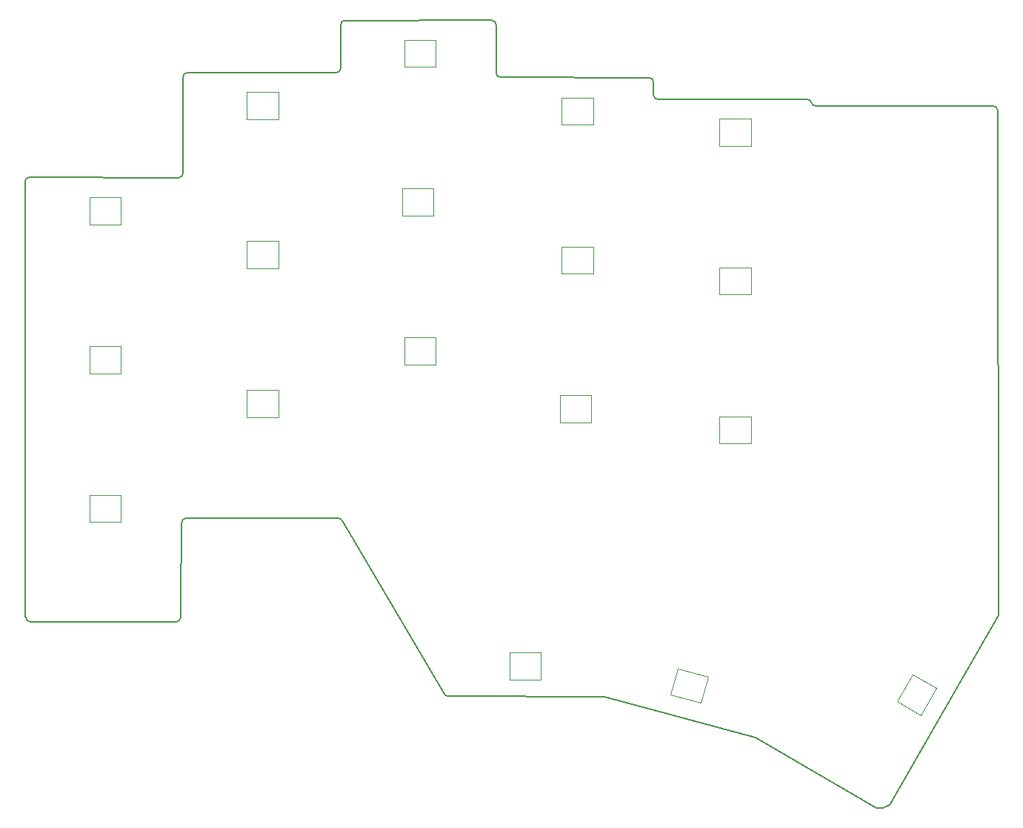
<source format=gm1>
G04 #@! TF.GenerationSoftware,KiCad,Pcbnew,9.0.7*
G04 #@! TF.CreationDate,2026-01-09T00:20:34+01:00*
G04 #@! TF.ProjectId,chocofi,63686f63-6f66-4692-9e6b-696361645f70,2.1*
G04 #@! TF.SameCoordinates,Original*
G04 #@! TF.FileFunction,Profile,NP*
%FSLAX46Y46*%
G04 Gerber Fmt 4.6, Leading zero omitted, Abs format (unit mm)*
G04 Created by KiCad (PCBNEW 9.0.7) date 2026-01-09 00:20:34*
%MOMM*%
%LPD*%
G01*
G04 APERTURE LIST*
G04 #@! TA.AperFunction,Profile*
%ADD10C,0.150000*%
G04 #@! TD*
G04 #@! TA.AperFunction,Profile*
%ADD11C,0.120000*%
G04 #@! TD*
G04 APERTURE END LIST*
D10*
X112910000Y-44494553D02*
X112927120Y-49451820D01*
X77553200Y-112721000D02*
G75*
G02*
X76892800Y-112060600I0J660400D01*
G01*
X130190000Y-43981200D02*
X113410000Y-43994553D01*
X94395447Y-61965847D02*
X77299200Y-61921000D01*
X166240498Y-53000000D02*
G75*
G02*
X166730402Y-53400020I2J-500000D01*
G01*
X149173200Y-53014020D02*
G75*
G02*
X148673180Y-52514020I0J500020D01*
G01*
X94897120Y-50451820D02*
X94895447Y-61465847D01*
X94895447Y-61465847D02*
G75*
G02*
X94395447Y-61965847I-500047J47D01*
G01*
X94672800Y-112060600D02*
X94672800Y-110689000D01*
X112910000Y-44494553D02*
G75*
G02*
X113410000Y-43994600I500000J-47D01*
G01*
X125254400Y-121185811D02*
G75*
G02*
X124898800Y-121052200I0J540011D01*
G01*
X76892800Y-112060600D02*
X76892800Y-110689000D01*
X167210400Y-53760020D02*
G75*
G02*
X166730386Y-53400024I0J500020D01*
G01*
X148173200Y-50514020D02*
X131190000Y-50498400D01*
X166240498Y-53000000D02*
X149173200Y-53014020D01*
X187500000Y-53750000D02*
X167210400Y-53760020D01*
X112503600Y-100807652D02*
G75*
G02*
X113174857Y-101239883I0J-737348D01*
G01*
X76842000Y-62378200D02*
G75*
G02*
X77299200Y-61921000I457200J0D01*
G01*
X175648000Y-133599800D02*
X188094000Y-111959000D01*
X112927120Y-49451820D02*
G75*
G02*
X112427120Y-49951820I-500020J20D01*
G01*
X112427120Y-49951820D02*
X95397120Y-49951820D01*
X148673200Y-52514020D02*
X148673200Y-51014020D01*
X143034400Y-121204600D02*
X160357200Y-125929000D01*
X175648000Y-133599800D02*
G75*
G02*
X174168670Y-133904593I-1039300J1301900D01*
G01*
X76892800Y-93721800D02*
X76892800Y-110689000D01*
X131190000Y-50498400D02*
G75*
G02*
X130690000Y-49998400I0J500000D01*
G01*
X148173200Y-50514020D02*
G75*
G02*
X148673180Y-51014020I0J-499980D01*
G01*
X160357200Y-125929000D02*
X174168668Y-133904600D01*
X113174857Y-101239883D02*
X124898800Y-121052200D01*
X130690000Y-49998400D02*
X130690000Y-44481200D01*
X94672800Y-112060600D02*
G75*
G02*
X94012400Y-112721000I-660400J0D01*
G01*
X94672800Y-110689000D02*
X94723600Y-101417252D01*
X125254400Y-121185811D02*
X143034400Y-121204600D01*
X76842000Y-62378200D02*
X76892800Y-76653000D01*
X188000000Y-54250000D02*
X188094000Y-111959000D01*
X94897120Y-50451820D02*
G75*
G02*
X95397120Y-49951820I499980J20D01*
G01*
X94723600Y-101417252D02*
G75*
G02*
X95333200Y-100807700I609600J-48D01*
G01*
X76892800Y-76653000D02*
X76892800Y-93721800D01*
X95333200Y-100807652D02*
X112503600Y-100807652D01*
X130190000Y-43981200D02*
G75*
G02*
X130690000Y-44481200I0J-500000D01*
G01*
X77553200Y-112721000D02*
X94012400Y-112721000D01*
X187500000Y-53750000D02*
G75*
G02*
X188000000Y-54250000I0J-500000D01*
G01*
D11*
X102200000Y-52150000D02*
X102200000Y-55250000D01*
X102200000Y-55250000D02*
X105800000Y-55250000D01*
X105800000Y-52150000D02*
X102200000Y-52150000D01*
X105800000Y-55250000D02*
X105800000Y-52150000D01*
X119950000Y-63200000D02*
X119950000Y-66300000D01*
X119950000Y-66300000D02*
X123550000Y-66300000D01*
X123550000Y-63200000D02*
X119950000Y-63200000D01*
X123550000Y-66300000D02*
X123550000Y-63200000D01*
X102200000Y-69200000D02*
X102200000Y-72300000D01*
X102200000Y-72300000D02*
X105800000Y-72300000D01*
X105800000Y-69200000D02*
X102200000Y-69200000D01*
X105800000Y-72300000D02*
X105800000Y-69200000D01*
X150610164Y-121031311D02*
X154087497Y-121963059D01*
X151412503Y-118036941D02*
X150610164Y-121031311D01*
X154087497Y-121963059D02*
X154889836Y-118968689D01*
X154889836Y-118968689D02*
X151412503Y-118036941D01*
X156200000Y-89200000D02*
X156200000Y-92300000D01*
X156200000Y-92300000D02*
X159800000Y-92300000D01*
X159800000Y-89200000D02*
X156200000Y-89200000D01*
X159800000Y-92300000D02*
X159800000Y-89200000D01*
X84200000Y-64200000D02*
X84200000Y-67300000D01*
X84200000Y-67300000D02*
X87800000Y-67300000D01*
X87800000Y-64200000D02*
X84200000Y-64200000D01*
X87800000Y-67300000D02*
X87800000Y-64200000D01*
X120200000Y-80200000D02*
X120200000Y-83300000D01*
X120200000Y-83300000D02*
X123800000Y-83300000D01*
X123800000Y-80200000D02*
X120200000Y-80200000D01*
X123800000Y-83300000D02*
X123800000Y-80200000D01*
X84200000Y-81200000D02*
X84200000Y-84300000D01*
X84200000Y-84300000D02*
X87800000Y-84300000D01*
X87800000Y-81200000D02*
X84200000Y-81200000D01*
X87800000Y-84300000D02*
X87800000Y-81200000D01*
X156200000Y-55200000D02*
X156200000Y-58300000D01*
X156200000Y-58300000D02*
X159800000Y-58300000D01*
X159800000Y-55200000D02*
X156200000Y-55200000D01*
X159800000Y-58300000D02*
X159800000Y-55200000D01*
X156200000Y-72200000D02*
X156200000Y-75300000D01*
X156200000Y-75300000D02*
X159800000Y-75300000D01*
X159800000Y-72200000D02*
X156200000Y-72200000D01*
X159800000Y-75300000D02*
X159800000Y-72200000D01*
X132200000Y-116200000D02*
X132200000Y-119300000D01*
X132200000Y-119300000D02*
X135800000Y-119300000D01*
X135800000Y-116200000D02*
X132200000Y-116200000D01*
X135800000Y-119300000D02*
X135800000Y-116200000D01*
X137950000Y-86825000D02*
X137950000Y-89925000D01*
X137950000Y-89925000D02*
X141550000Y-89925000D01*
X141550000Y-86825000D02*
X137950000Y-86825000D01*
X141550000Y-89925000D02*
X141550000Y-86825000D01*
X102200000Y-86200000D02*
X102200000Y-89300000D01*
X102200000Y-89300000D02*
X105800000Y-89300000D01*
X105800000Y-86200000D02*
X102200000Y-86200000D01*
X105800000Y-89300000D02*
X105800000Y-86200000D01*
X138200000Y-69825000D02*
X138200000Y-72925000D01*
X138200000Y-72925000D02*
X141800000Y-72925000D01*
X141800000Y-69825000D02*
X138200000Y-69825000D01*
X141800000Y-72925000D02*
X141800000Y-69825000D01*
X138200000Y-52825000D02*
X138200000Y-55925000D01*
X138200000Y-55925000D02*
X141800000Y-55925000D01*
X141800000Y-52825000D02*
X138200000Y-52825000D01*
X141800000Y-55925000D02*
X141800000Y-52825000D01*
X176507661Y-121783846D02*
X179192339Y-123333846D01*
X178307661Y-118666154D02*
X176507661Y-121783846D01*
X179192339Y-123333846D02*
X180992339Y-120216154D01*
X180992339Y-120216154D02*
X178307661Y-118666154D01*
X84200000Y-98200000D02*
X84200000Y-101300000D01*
X84200000Y-101300000D02*
X87800000Y-101300000D01*
X87800000Y-98200000D02*
X84200000Y-98200000D01*
X87800000Y-101300000D02*
X87800000Y-98200000D01*
X120200000Y-46200000D02*
X120200000Y-49300000D01*
X120200000Y-49300000D02*
X123800000Y-49300000D01*
X123800000Y-46200000D02*
X120200000Y-46200000D01*
X123800000Y-49300000D02*
X123800000Y-46200000D01*
M02*

</source>
